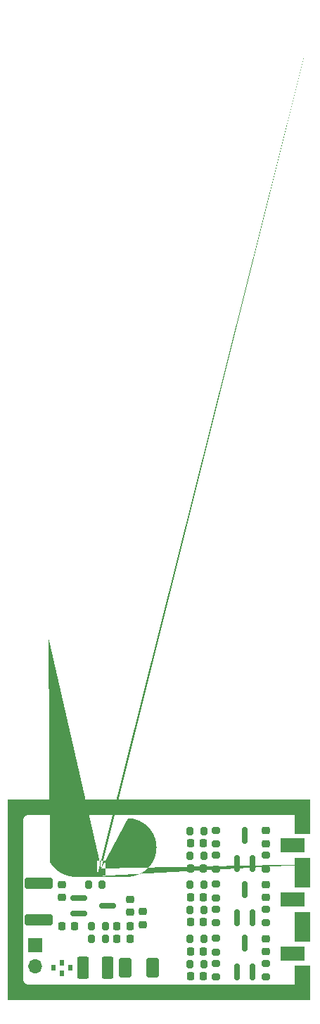
<source format=gts>
G04 #@! TF.GenerationSoftware,KiCad,Pcbnew,8.0.2*
G04 #@! TF.CreationDate,2024-06-05T16:41:01+02:00*
G04 #@! TF.ProjectId,Local Oscillator 60 MHz,4c6f6361-6c20-44f7-9363-696c6c61746f,rev?*
G04 #@! TF.SameCoordinates,Original*
G04 #@! TF.FileFunction,Soldermask,Top*
G04 #@! TF.FilePolarity,Negative*
%FSLAX46Y46*%
G04 Gerber Fmt 4.6, Leading zero omitted, Abs format (unit mm)*
G04 Created by KiCad (PCBNEW 8.0.2) date 2024-06-05 16:41:01*
%MOMM*%
%LPD*%
G01*
G04 APERTURE LIST*
G04 Aperture macros list*
%AMRoundRect*
0 Rectangle with rounded corners*
0 $1 Rounding radius*
0 $2 $3 $4 $5 $6 $7 $8 $9 X,Y pos of 4 corners*
0 Add a 4 corners polygon primitive as box body*
4,1,4,$2,$3,$4,$5,$6,$7,$8,$9,$2,$3,0*
0 Add four circle primitives for the rounded corners*
1,1,$1+$1,$2,$3*
1,1,$1+$1,$4,$5*
1,1,$1+$1,$6,$7*
1,1,$1+$1,$8,$9*
0 Add four rect primitives between the rounded corners*
20,1,$1+$1,$2,$3,$4,$5,0*
20,1,$1+$1,$4,$5,$6,$7,0*
20,1,$1+$1,$6,$7,$8,$9,0*
20,1,$1+$1,$8,$9,$2,$3,0*%
%AMFreePoly0*
4,1,124,3.223017,6.045185,3.225213,6.044748,3.493463,6.030690,3.857889,5.972970,4.214285,5.877474,4.558747,5.745248,4.887500,5.577740,5.196943,5.376785,5.483685,5.144586,5.744586,4.883685,5.976785,4.596943,6.177740,4.287500,6.345248,3.958747,6.477474,3.614285,6.572970,3.257889,6.630690,2.893463,6.650000,2.525000,6.630690,2.156537,6.572970,1.792111,6.477474,1.435715,
6.345248,1.091253,6.177740,0.762500,5.976785,0.453057,5.744586,0.166315,5.483685,-0.094586,5.196943,-0.326785,4.887500,-0.527740,4.558747,-0.695248,4.214285,-0.827474,3.857889,-0.922970,3.493463,-0.980690,3.225213,-0.994748,3.223017,-0.995185,3.216787,-0.995189,3.125000,-1.000000,3.074255,-0.995297,-3.125000,-1.000000,-3.223017,-0.995185,-3.225213,-0.994748,-3.493463,-0.980690,
-3.857889,-0.922970,-4.214285,-0.827474,-4.558747,-0.695248,-4.887500,-0.527740,-5.196943,-0.326785,-5.483685,-0.094586,-5.744586,0.166315,-5.976785,0.453057,-6.177740,0.762500,-6.345248,1.091253,-6.477474,1.435715,-6.572970,1.792111,-6.630690,2.156537,-6.650000,2.525000,-6.643710,2.645020,-4.650000,2.645020,-4.650000,2.404980,-4.612450,2.167895,-4.538273,1.939603,-4.429297,1.725726,
-4.288205,1.531529,-4.118471,1.361795,-3.924274,1.220703,-3.710397,1.111727,-3.482105,1.037550,-3.245020,1.000000,-3.125000,1.000000,-3.074255,0.995297,3.125000,1.000000,3.245020,1.000000,3.482105,1.037550,3.710397,1.111727,3.924274,1.220703,4.118471,1.361795,4.288205,1.531529,4.429297,1.725726,4.538273,1.939603,4.612450,2.167895,4.650000,2.404980,4.650000,2.645020,
4.612450,2.882105,4.538273,3.110397,4.429297,3.324274,4.288205,3.518471,4.118471,3.688205,3.924274,3.829297,3.710397,3.938273,3.482105,4.012450,3.245020,4.050000,3.125000,4.050000,3.074255,4.054702,-3.125000,4.050000,-3.245020,4.050000,-3.482105,4.012450,-3.710397,3.938273,-3.924274,3.829297,-4.118471,3.688205,-4.288205,3.518471,-4.429297,3.324274,-4.538273,3.110397,
-4.612450,2.882105,-4.650000,2.645020,-6.643710,2.645020,-6.630690,2.893463,-6.572970,3.257889,-6.477474,3.614285,-6.345248,3.958747,-6.177740,4.287500,-5.976785,4.596943,-5.744586,4.883685,-5.483685,5.144586,-5.196943,5.376785,-4.887500,5.577740,-4.558747,5.745248,-4.214285,5.877474,-3.857889,5.972970,-3.493463,6.030690,-3.225213,6.044748,-3.223017,6.045185,-3.216787,6.045189,
-3.125000,6.050000,-3.074255,6.045297,3.125000,6.050000,3.223017,6.045185,3.223017,6.045185,$1*%
G04 Aperture macros list end*
%ADD10C,0.100000*%
%ADD11R,1.700000X1.700000*%
%ADD12O,1.700000X1.700000*%
%ADD13RoundRect,0.162500X0.162500X-0.837500X0.162500X0.837500X-0.162500X0.837500X-0.162500X-0.837500X0*%
%ADD14RoundRect,0.225000X0.225000X0.250000X-0.225000X0.250000X-0.225000X-0.250000X0.225000X-0.250000X0*%
%ADD15RoundRect,0.200000X0.275000X-0.200000X0.275000X0.200000X-0.275000X0.200000X-0.275000X-0.200000X0*%
%ADD16RoundRect,0.162500X-0.837500X-0.162500X0.837500X-0.162500X0.837500X0.162500X-0.837500X0.162500X0*%
%ADD17RoundRect,0.225000X-0.225000X-0.250000X0.225000X-0.250000X0.225000X0.250000X-0.225000X0.250000X0*%
%ADD18C,1.500000*%
%ADD19FreePoly0,0.000000*%
%ADD20RoundRect,0.250001X-0.499999X-0.924999X0.499999X-0.924999X0.499999X0.924999X-0.499999X0.924999X0*%
%ADD21RoundRect,0.225000X0.250000X-0.225000X0.250000X0.225000X-0.250000X0.225000X-0.250000X-0.225000X0*%
%ADD22RoundRect,0.200000X-0.200000X-0.275000X0.200000X-0.275000X0.200000X0.275000X-0.200000X0.275000X0*%
%ADD23RoundRect,0.250000X-1.450000X0.400000X-1.450000X-0.400000X1.450000X-0.400000X1.450000X0.400000X0*%
%ADD24R,3.000000X1.750000*%
%ADD25RoundRect,0.200000X0.200000X0.275000X-0.200000X0.275000X-0.200000X-0.275000X0.200000X-0.275000X0*%
%ADD26R,0.600000X0.800000*%
%ADD27R,0.600000X0.650000*%
%ADD28RoundRect,0.250001X-0.462499X-1.074999X0.462499X-1.074999X0.462499X1.074999X-0.462499X1.074999X0*%
%ADD29RoundRect,0.218750X-0.256250X0.218750X-0.256250X-0.218750X0.256250X-0.218750X0.256250X0.218750X0*%
G04 APERTURE END LIST*
D10*
X116150000Y-59500000D02*
X116000000Y-59800000D01*
X115700000Y-60000000D01*
X82500000Y-60000000D01*
X82146447Y-60146447D01*
X82000000Y-60500000D01*
X82000000Y-80000000D01*
X82146447Y-80353553D01*
X82500000Y-80500000D01*
X115700000Y-80500000D01*
X116000000Y-80700000D01*
X116150000Y-81000000D01*
X116150000Y-82250000D01*
X80250000Y-82250000D01*
X80250000Y-58250000D01*
X116150000Y-58250000D01*
X116150000Y-59500000D01*
G36*
X116150000Y-59500000D02*
G01*
X116000000Y-59800000D01*
X115700000Y-60000000D01*
X82500000Y-60000000D01*
X82146447Y-60146447D01*
X82000000Y-60500000D01*
X82000000Y-80000000D01*
X82146447Y-80353553D01*
X82500000Y-80500000D01*
X115700000Y-80500000D01*
X116000000Y-80700000D01*
X116150000Y-81000000D01*
X116150000Y-82250000D01*
X80250000Y-82250000D01*
X80250000Y-58250000D01*
X116150000Y-58250000D01*
X116150000Y-59500000D01*
G37*
X114750000Y-65250000D02*
X116500000Y-65250000D01*
X116500000Y-68750000D01*
X114750000Y-68750000D01*
X114750000Y-65250000D01*
G36*
X114750000Y-65250000D02*
G01*
X116500000Y-65250000D01*
X116500000Y-68750000D01*
X114750000Y-68750000D01*
X114750000Y-65250000D01*
G37*
X114750000Y-58250000D02*
X116500000Y-58250000D01*
X116500000Y-62250000D01*
X114750000Y-62250000D01*
X114750000Y-58250000D01*
G36*
X114750000Y-58250000D02*
G01*
X116500000Y-58250000D01*
X116500000Y-62250000D01*
X114750000Y-62250000D01*
X114750000Y-58250000D01*
G37*
X114750000Y-71750000D02*
X116500000Y-71750000D01*
X116500000Y-75250000D01*
X114750000Y-75250000D01*
X114750000Y-71750000D01*
G36*
X114750000Y-71750000D02*
G01*
X116500000Y-71750000D01*
X116500000Y-75250000D01*
X114750000Y-75250000D01*
X114750000Y-71750000D01*
G37*
X114750000Y-78250000D02*
X116500000Y-78250000D01*
X116500000Y-82250000D01*
X114750000Y-82250000D01*
X114750000Y-78250000D01*
G36*
X114750000Y-78250000D02*
G01*
X116500000Y-78250000D01*
X116500000Y-82250000D01*
X114750000Y-82250000D01*
X114750000Y-78250000D01*
G37*
D11*
X83500000Y-75725000D03*
D12*
X83500000Y-78265000D03*
D13*
X108750000Y-69040000D03*
X109700000Y-72460000D03*
X107800000Y-72460000D03*
D14*
X94925000Y-75000000D03*
X93375000Y-75000000D03*
D15*
X111250000Y-71425000D03*
X111250000Y-73075000D03*
D14*
X94925000Y-73500000D03*
X93375000Y-73500000D03*
D16*
X92210000Y-71000000D03*
X88790000Y-71950000D03*
X88790000Y-70050000D03*
D17*
X102225000Y-63500000D03*
X103775000Y-63500000D03*
D18*
X88975000Y-64000000D03*
D19*
X91475000Y-66525000D03*
D18*
X93855000Y-64000000D03*
D20*
X94375000Y-78500000D03*
X97625000Y-78500000D03*
D21*
X86750000Y-68475000D03*
X86750000Y-70025000D03*
D22*
X90325000Y-75000000D03*
X91975000Y-75000000D03*
D15*
X105250000Y-73075000D03*
X105250000Y-71425000D03*
D17*
X102225000Y-66500000D03*
X103775000Y-66500000D03*
D23*
X83975000Y-72725000D03*
X83975000Y-68275000D03*
D24*
X114500000Y-63750000D03*
D17*
X103775000Y-76500000D03*
X102225000Y-76500000D03*
D22*
X102175000Y-65000000D03*
X103825000Y-65000000D03*
D17*
X102225000Y-79500000D03*
X103775000Y-79500000D03*
D25*
X103825000Y-62000000D03*
X102175000Y-62000000D03*
D24*
X114500000Y-76750000D03*
D25*
X102175000Y-75000000D03*
X103825000Y-75000000D03*
D26*
X85750000Y-78500000D03*
D27*
X86750000Y-77875000D03*
X86750000Y-79125000D03*
D26*
X87750000Y-78500000D03*
D17*
X102225000Y-73000000D03*
X103775000Y-73000000D03*
D13*
X108750000Y-75540000D03*
X109700000Y-78960000D03*
X107800000Y-78960000D03*
D15*
X105250000Y-63575000D03*
X105250000Y-61925000D03*
D22*
X102175000Y-78000000D03*
X103825000Y-78000000D03*
D21*
X111250000Y-68475000D03*
X111250000Y-70025000D03*
D17*
X103775000Y-70000000D03*
X102225000Y-70000000D03*
D22*
X91975000Y-73500000D03*
X90325000Y-73500000D03*
D15*
X105250000Y-74925000D03*
X105250000Y-76575000D03*
D21*
X111250000Y-74975000D03*
X111250000Y-76525000D03*
D22*
X102175000Y-71500000D03*
X103825000Y-71500000D03*
D25*
X102175000Y-68500000D03*
X103825000Y-68500000D03*
D17*
X88250000Y-73500000D03*
X86700000Y-73500000D03*
D15*
X111250000Y-66575000D03*
X111250000Y-64925000D03*
D28*
X89262500Y-78500000D03*
X92237500Y-78500000D03*
D15*
X105250000Y-66575000D03*
X105250000Y-64925000D03*
D29*
X94975000Y-70212500D03*
X94975000Y-71787500D03*
D24*
X114500000Y-70250000D03*
D13*
X107800000Y-65960000D03*
X109700000Y-65960000D03*
X108750000Y-62540000D03*
D15*
X111250000Y-77925000D03*
X111250000Y-79575000D03*
D21*
X96475000Y-73275000D03*
X96475000Y-71725000D03*
D15*
X105250000Y-68425000D03*
X105250000Y-70075000D03*
D25*
X89925000Y-68500000D03*
X91575000Y-68500000D03*
D15*
X105250000Y-79575000D03*
X105250000Y-77925000D03*
D21*
X111250000Y-63525000D03*
X111250000Y-61975000D03*
M02*

</source>
